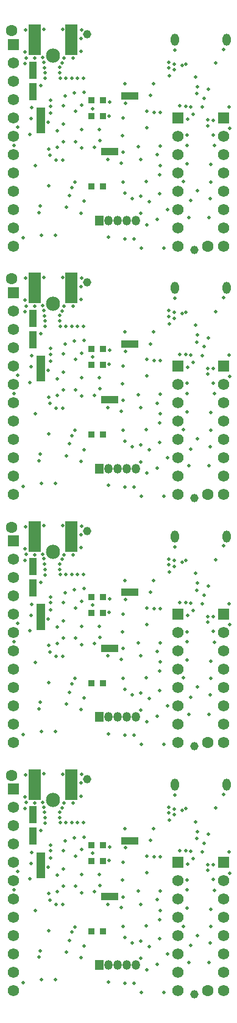
<source format=gbr>
G04*
G04 #@! TF.GenerationSoftware,Altium Limited,Altium Designer,18.1.7 (191)*
G04*
G04 Layer_Color=8388736*
%FSLAX25Y25*%
%MOIN*%
G70*
G01*
G75*
%ADD52R,0.04724X0.08661*%
%ADD53R,0.03300X0.04200*%
%ADD54R,0.04200X0.03300*%
%ADD55R,0.03780X0.03780*%
%ADD56R,0.04567X0.04567*%
%ADD57R,0.03630X0.04030*%
%ADD58R,0.06630X0.16630*%
%ADD59C,0.06299*%
%ADD60R,0.04030X0.03630*%
%ADD61C,0.04567*%
%ADD62R,0.06130X0.06130*%
%ADD63C,0.06130*%
%ADD64O,0.04630X0.05354*%
%ADD65R,0.04630X0.05354*%
%ADD66C,0.07730*%
%ADD67O,0.04567X0.06535*%
%ADD68C,0.01811*%
D52*
X30000Y82500D02*
D03*
Y217914D02*
D03*
Y353327D02*
D03*
Y488740D02*
D03*
D53*
X78550Y95900D02*
D03*
X67450Y65500D02*
D03*
X78550Y231313D02*
D03*
X67450Y200913D02*
D03*
X78550Y366727D02*
D03*
X67450Y336327D02*
D03*
X78550Y502140D02*
D03*
X67450Y471740D02*
D03*
D54*
X25900Y110150D02*
D03*
Y98150D02*
D03*
Y245563D02*
D03*
Y233563D02*
D03*
Y380977D02*
D03*
Y368977D02*
D03*
Y516390D02*
D03*
Y504390D02*
D03*
D55*
X57627Y93367D02*
D03*
X64123D02*
D03*
X57627Y46500D02*
D03*
X64123D02*
D03*
X57627Y84768D02*
D03*
X64123D02*
D03*
X57627Y228781D02*
D03*
X64123D02*
D03*
X57627Y181913D02*
D03*
X64123D02*
D03*
X57627Y220181D02*
D03*
X64123D02*
D03*
X57627Y364194D02*
D03*
X64123D02*
D03*
X57627Y317327D02*
D03*
X64123D02*
D03*
X57627Y355594D02*
D03*
X64123D02*
D03*
X57627Y499608D02*
D03*
X64123D02*
D03*
X57627Y452740D02*
D03*
X64123D02*
D03*
X57627Y491008D02*
D03*
X64123D02*
D03*
D56*
X30000Y87224D02*
D03*
Y82500D02*
D03*
Y77776D02*
D03*
Y222638D02*
D03*
Y217913D02*
D03*
Y213189D02*
D03*
Y358051D02*
D03*
Y353327D02*
D03*
Y348602D02*
D03*
Y493465D02*
D03*
Y488740D02*
D03*
Y484016D02*
D03*
D57*
X81700Y95900D02*
D03*
X75700D02*
D03*
X70600Y65500D02*
D03*
X64600D02*
D03*
X81700Y231313D02*
D03*
X75700D02*
D03*
X70600Y200913D02*
D03*
X64600D02*
D03*
X81700Y366727D02*
D03*
X75700D02*
D03*
X70600Y336327D02*
D03*
X64600D02*
D03*
X81700Y502140D02*
D03*
X75700D02*
D03*
X70600Y471740D02*
D03*
X64600D02*
D03*
D58*
X46900Y126500D02*
D03*
X26900D02*
D03*
X46900Y261913D02*
D03*
X26900D02*
D03*
X46900Y397327D02*
D03*
X26900D02*
D03*
X46900Y532740D02*
D03*
X26900D02*
D03*
D59*
X121500Y14000D02*
D03*
X14000Y131500D02*
D03*
X121500Y149413D02*
D03*
X14000Y266913D02*
D03*
X121500Y284827D02*
D03*
X14000Y402327D02*
D03*
X121500Y420240D02*
D03*
X14000Y537740D02*
D03*
D60*
X25900Y107000D02*
D03*
Y113000D02*
D03*
Y95300D02*
D03*
Y101300D02*
D03*
Y242413D02*
D03*
Y248413D02*
D03*
Y230713D02*
D03*
Y236713D02*
D03*
Y377827D02*
D03*
Y383827D02*
D03*
Y366127D02*
D03*
Y372127D02*
D03*
Y513240D02*
D03*
Y519240D02*
D03*
Y501540D02*
D03*
Y507540D02*
D03*
D61*
X55500Y129500D02*
D03*
X114000Y12000D02*
D03*
X55500Y264913D02*
D03*
X114000Y147413D02*
D03*
X55500Y400327D02*
D03*
X114000Y282827D02*
D03*
X55500Y535740D02*
D03*
X114000Y418240D02*
D03*
D62*
X130000Y84000D02*
D03*
X105000D02*
D03*
X15000Y124000D02*
D03*
X130000Y219413D02*
D03*
X105000D02*
D03*
X15000Y259414D02*
D03*
X130000Y354827D02*
D03*
X105000D02*
D03*
X15000Y394827D02*
D03*
X130000Y490240D02*
D03*
X105000D02*
D03*
X15000Y530241D02*
D03*
D63*
X130000Y64000D02*
D03*
Y54000D02*
D03*
Y74000D02*
D03*
Y44000D02*
D03*
Y34000D02*
D03*
Y24000D02*
D03*
Y14000D02*
D03*
X105000Y64000D02*
D03*
Y54000D02*
D03*
Y74000D02*
D03*
Y44000D02*
D03*
Y34000D02*
D03*
Y24000D02*
D03*
Y14000D02*
D03*
X15000Y114000D02*
D03*
Y104000D02*
D03*
Y74000D02*
D03*
Y94000D02*
D03*
Y84000D02*
D03*
Y64000D02*
D03*
X15000Y24000D02*
D03*
Y14000D02*
D03*
X15000Y54000D02*
D03*
Y44000D02*
D03*
Y34000D02*
D03*
X130000Y199413D02*
D03*
Y189413D02*
D03*
Y209413D02*
D03*
Y179413D02*
D03*
Y169413D02*
D03*
Y159413D02*
D03*
Y149413D02*
D03*
X105000Y199413D02*
D03*
Y189413D02*
D03*
Y209413D02*
D03*
Y179413D02*
D03*
Y169413D02*
D03*
Y159413D02*
D03*
Y149413D02*
D03*
X15000Y249414D02*
D03*
Y239414D02*
D03*
Y209414D02*
D03*
Y229414D02*
D03*
Y219414D02*
D03*
Y199414D02*
D03*
X15000Y159413D02*
D03*
Y149413D02*
D03*
X15000Y189414D02*
D03*
Y179414D02*
D03*
Y169414D02*
D03*
X130000Y334827D02*
D03*
Y324827D02*
D03*
Y344827D02*
D03*
Y314827D02*
D03*
Y304827D02*
D03*
Y294827D02*
D03*
Y284827D02*
D03*
X105000Y334827D02*
D03*
Y324827D02*
D03*
Y344827D02*
D03*
Y314827D02*
D03*
Y304827D02*
D03*
Y294827D02*
D03*
Y284827D02*
D03*
X15000Y384827D02*
D03*
Y374827D02*
D03*
Y344827D02*
D03*
Y364827D02*
D03*
Y354827D02*
D03*
Y334827D02*
D03*
X15000Y294827D02*
D03*
Y284827D02*
D03*
X15000Y324827D02*
D03*
Y314827D02*
D03*
Y304827D02*
D03*
X130000Y470240D02*
D03*
Y460240D02*
D03*
Y480240D02*
D03*
Y450240D02*
D03*
Y440240D02*
D03*
Y430240D02*
D03*
Y420240D02*
D03*
X105000Y470240D02*
D03*
Y460240D02*
D03*
Y480240D02*
D03*
Y450240D02*
D03*
Y440240D02*
D03*
Y430240D02*
D03*
Y420240D02*
D03*
X15000Y520241D02*
D03*
Y510241D02*
D03*
Y480241D02*
D03*
Y500241D02*
D03*
Y490241D02*
D03*
Y470241D02*
D03*
X15000Y430240D02*
D03*
Y420240D02*
D03*
X15000Y460241D02*
D03*
Y450241D02*
D03*
Y440241D02*
D03*
D64*
X77000Y28000D02*
D03*
X72000D02*
D03*
X82000D02*
D03*
X67000D02*
D03*
X77000Y163413D02*
D03*
X72000D02*
D03*
X82000D02*
D03*
X67000D02*
D03*
X77000Y298827D02*
D03*
X72000D02*
D03*
X82000D02*
D03*
X67000D02*
D03*
X77000Y434240D02*
D03*
X72000D02*
D03*
X82000D02*
D03*
X67000D02*
D03*
D65*
X62000Y28000D02*
D03*
Y163413D02*
D03*
Y298827D02*
D03*
Y434240D02*
D03*
D66*
X36900Y118000D02*
D03*
Y253413D02*
D03*
Y388827D02*
D03*
Y524240D02*
D03*
D67*
X103475Y126500D02*
D03*
X131900D02*
D03*
X103475Y261913D02*
D03*
X131900D02*
D03*
X103475Y397327D02*
D03*
X131900D02*
D03*
X103475Y532740D02*
D03*
X131900D02*
D03*
D68*
X67500Y85000D02*
D03*
X76500Y92000D02*
D03*
X123000Y58500D02*
D03*
Y49000D02*
D03*
X111000Y29500D02*
D03*
X122000D02*
D03*
X85000Y13000D02*
D03*
X97500D02*
D03*
X24000Y75000D02*
D03*
X48500Y97500D02*
D03*
X25000Y89500D02*
D03*
X35512Y86500D02*
D03*
X34000Y81500D02*
D03*
X35512Y90268D02*
D03*
X24750Y83500D02*
D03*
X30000Y101500D02*
D03*
X35500Y93500D02*
D03*
X34500Y67000D02*
D03*
X39000Y77000D02*
D03*
X17500Y79000D02*
D03*
X59500Y68000D02*
D03*
X52500Y67500D02*
D03*
X49000Y71000D02*
D03*
Y87500D02*
D03*
X42500Y90500D02*
D03*
Y71000D02*
D03*
X39000Y68000D02*
D03*
X58500Y89000D02*
D03*
X52500Y77500D02*
D03*
X62000D02*
D03*
X62500Y71500D02*
D03*
X53600Y97900D02*
D03*
X42500Y80500D02*
D03*
X43379Y95825D02*
D03*
X90100Y96100D02*
D03*
X52500Y91000D02*
D03*
X100500Y107000D02*
D03*
X103100Y113200D02*
D03*
X100000Y111100D02*
D03*
X100157Y114118D02*
D03*
X103150Y110050D02*
D03*
X107300Y112500D02*
D03*
X109500Y113300D02*
D03*
X84800Y61200D02*
D03*
X93900Y63700D02*
D03*
X83361Y68300D02*
D03*
X67600Y92500D02*
D03*
X118300Y89700D02*
D03*
X74100Y59300D02*
D03*
X66800Y61200D02*
D03*
X27200Y57800D02*
D03*
X15300Y69000D02*
D03*
X74900Y74300D02*
D03*
X75000Y84000D02*
D03*
Y65200D02*
D03*
X22100Y116650D02*
D03*
X21400Y113500D02*
D03*
X130200Y121200D02*
D03*
X95325Y87000D02*
D03*
X92175D02*
D03*
X115400Y97100D02*
D03*
X115800Y100900D02*
D03*
X89332Y38131D02*
D03*
X133200Y89800D02*
D03*
X133400Y78200D02*
D03*
X121300Y82700D02*
D03*
X124500Y82600D02*
D03*
X109300Y90300D02*
D03*
X115900Y44200D02*
D03*
X121600Y99400D02*
D03*
X67000Y18800D02*
D03*
X42800Y116500D02*
D03*
X41800Y113900D02*
D03*
X103500Y120800D02*
D03*
X40500Y111500D02*
D03*
Y108500D02*
D03*
X40700Y105600D02*
D03*
X31200Y116800D02*
D03*
X31700Y114200D02*
D03*
X32200Y111300D02*
D03*
X32500Y108500D02*
D03*
Y105500D02*
D03*
X88000Y78500D02*
D03*
X35000Y63500D02*
D03*
X47000Y46000D02*
D03*
X42016Y60961D02*
D03*
X38500Y61000D02*
D03*
X52000Y32000D02*
D03*
X80000Y40000D02*
D03*
X76000Y18000D02*
D03*
X81000D02*
D03*
X88000Y25500D02*
D03*
Y87500D02*
D03*
X75000Y49000D02*
D03*
X76000Y43000D02*
D03*
X106000Y90400D02*
D03*
X110200Y74500D02*
D03*
X91800Y102500D02*
D03*
X76200D02*
D03*
X95400Y68500D02*
D03*
X124400Y74600D02*
D03*
X125000Y68800D02*
D03*
X112000Y90000D02*
D03*
X121400Y79600D02*
D03*
X110000Y69000D02*
D03*
X110200Y59000D02*
D03*
X108100Y49200D02*
D03*
X122800Y40000D02*
D03*
X95400Y57891D02*
D03*
X95000Y52900D02*
D03*
X95200Y42400D02*
D03*
X87600Y49300D02*
D03*
X112000Y38700D02*
D03*
X99400Y34000D02*
D03*
X93600Y28400D02*
D03*
X84600Y41100D02*
D03*
X84700Y31700D02*
D03*
X48600Y48900D02*
D03*
X34500Y46800D02*
D03*
X20300Y18400D02*
D03*
X30300Y20000D02*
D03*
X38200D02*
D03*
X29700Y35900D02*
D03*
X44100Y35100D02*
D03*
X21600Y131800D02*
D03*
X21500Y119800D02*
D03*
X52300Y132000D02*
D03*
X52100Y127300D02*
D03*
Y120200D02*
D03*
X47600Y116500D02*
D03*
X26800D02*
D03*
X42000Y132200D02*
D03*
X31700Y132300D02*
D03*
X43800Y105600D02*
D03*
X47100D02*
D03*
X50200D02*
D03*
X53500D02*
D03*
X29000Y32300D02*
D03*
X45800Y41500D02*
D03*
X53800Y38400D02*
D03*
X114724Y106244D02*
D03*
X125768Y113728D02*
D03*
X113300Y86000D02*
D03*
X110300Y83200D02*
D03*
X119500Y94500D02*
D03*
X67500Y220413D02*
D03*
X76500Y227413D02*
D03*
X123000Y193913D02*
D03*
Y184413D02*
D03*
X111000Y164913D02*
D03*
X122000D02*
D03*
X85000Y148413D02*
D03*
X97500D02*
D03*
X24000Y210413D02*
D03*
X48500Y232913D02*
D03*
X25000Y224913D02*
D03*
X35512Y221913D02*
D03*
X34000Y216913D02*
D03*
X35512Y225682D02*
D03*
X24750Y218913D02*
D03*
X30000Y236913D02*
D03*
X35500Y228913D02*
D03*
X34500Y202413D02*
D03*
X39000Y212413D02*
D03*
X17500Y214413D02*
D03*
X59500Y203413D02*
D03*
X52500Y202913D02*
D03*
X49000Y206413D02*
D03*
Y222913D02*
D03*
X42500Y225913D02*
D03*
Y206413D02*
D03*
X39000Y203413D02*
D03*
X58500Y224413D02*
D03*
X52500Y212913D02*
D03*
X62000D02*
D03*
X62500Y206913D02*
D03*
X53600Y233313D02*
D03*
X42500Y215913D02*
D03*
X43379Y231239D02*
D03*
X90100Y231513D02*
D03*
X52500Y226413D02*
D03*
X100500Y242413D02*
D03*
X103100Y248613D02*
D03*
X100000Y246513D02*
D03*
X100157Y249532D02*
D03*
X103150Y245464D02*
D03*
X107300Y247913D02*
D03*
X109500Y248713D02*
D03*
X84800Y196613D02*
D03*
X93900Y199113D02*
D03*
X83361Y203713D02*
D03*
X67600Y227913D02*
D03*
X118300Y225113D02*
D03*
X74100Y194713D02*
D03*
X66800Y196613D02*
D03*
X27200Y193213D02*
D03*
X15300Y204413D02*
D03*
X74900Y209713D02*
D03*
X75000Y219413D02*
D03*
Y200613D02*
D03*
X22100Y252064D02*
D03*
X21400Y248913D02*
D03*
X130200Y256613D02*
D03*
X95325Y222413D02*
D03*
X92175D02*
D03*
X115400Y232513D02*
D03*
X115800Y236313D02*
D03*
X89332Y173545D02*
D03*
X133200Y225213D02*
D03*
X133400Y213613D02*
D03*
X121300Y218113D02*
D03*
X124500Y218013D02*
D03*
X109300Y225713D02*
D03*
X115900Y179613D02*
D03*
X121600Y234813D02*
D03*
X67000Y154213D02*
D03*
X42800Y251913D02*
D03*
X41800Y249313D02*
D03*
X103500Y256213D02*
D03*
X40500Y246913D02*
D03*
Y243913D02*
D03*
X40700Y241013D02*
D03*
X31200Y252213D02*
D03*
X31700Y249613D02*
D03*
X32200Y246713D02*
D03*
X32500Y243913D02*
D03*
Y240913D02*
D03*
X88000Y213913D02*
D03*
X35000Y198913D02*
D03*
X47000Y181413D02*
D03*
X42016Y196374D02*
D03*
X38500Y196413D02*
D03*
X52000Y167413D02*
D03*
X80000Y175413D02*
D03*
X76000Y153413D02*
D03*
X81000D02*
D03*
X88000Y160913D02*
D03*
Y222913D02*
D03*
X75000Y184413D02*
D03*
X76000Y178413D02*
D03*
X106000Y225813D02*
D03*
X110200Y209913D02*
D03*
X91800Y237913D02*
D03*
X76200D02*
D03*
X95400Y203913D02*
D03*
X124400Y210013D02*
D03*
X125000Y204213D02*
D03*
X112000Y225413D02*
D03*
X121400Y215013D02*
D03*
X110000Y204413D02*
D03*
X110200Y194413D02*
D03*
X108100Y184613D02*
D03*
X122800Y175413D02*
D03*
X95400Y193304D02*
D03*
X95000Y188313D02*
D03*
X95200Y177813D02*
D03*
X87600Y184713D02*
D03*
X112000Y174113D02*
D03*
X99400Y169413D02*
D03*
X93600Y163813D02*
D03*
X84600Y176513D02*
D03*
X84700Y167113D02*
D03*
X48600Y184313D02*
D03*
X34500Y182213D02*
D03*
X20300Y153813D02*
D03*
X30300Y155413D02*
D03*
X38200D02*
D03*
X29700Y171313D02*
D03*
X44100Y170513D02*
D03*
X21600Y267213D02*
D03*
X21500Y255213D02*
D03*
X52300Y267413D02*
D03*
X52100Y262713D02*
D03*
Y255613D02*
D03*
X47600Y251913D02*
D03*
X26800D02*
D03*
X42000Y267613D02*
D03*
X31700Y267713D02*
D03*
X43800Y241013D02*
D03*
X47100D02*
D03*
X50200D02*
D03*
X53500D02*
D03*
X29000Y167713D02*
D03*
X45800Y176913D02*
D03*
X53800Y173813D02*
D03*
X114724Y241657D02*
D03*
X125768Y249141D02*
D03*
X113300Y221413D02*
D03*
X110300Y218613D02*
D03*
X119500Y229913D02*
D03*
X67500Y355827D02*
D03*
X76500Y362827D02*
D03*
X123000Y329327D02*
D03*
Y319827D02*
D03*
X111000Y300327D02*
D03*
X122000D02*
D03*
X85000Y283827D02*
D03*
X97500D02*
D03*
X24000Y345827D02*
D03*
X48500Y368327D02*
D03*
X25000Y360327D02*
D03*
X35512Y357327D02*
D03*
X34000Y352327D02*
D03*
X35512Y361095D02*
D03*
X24750Y354327D02*
D03*
X30000Y372327D02*
D03*
X35500Y364327D02*
D03*
X34500Y337827D02*
D03*
X39000Y347827D02*
D03*
X17500Y349827D02*
D03*
X59500Y338827D02*
D03*
X52500Y338327D02*
D03*
X49000Y341827D02*
D03*
Y358327D02*
D03*
X42500Y361327D02*
D03*
Y341827D02*
D03*
X39000Y338827D02*
D03*
X58500Y359827D02*
D03*
X52500Y348327D02*
D03*
X62000D02*
D03*
X62500Y342327D02*
D03*
X53600Y368727D02*
D03*
X42500Y351327D02*
D03*
X43379Y366652D02*
D03*
X90100Y366927D02*
D03*
X52500Y361827D02*
D03*
X100500Y377827D02*
D03*
X103100Y384027D02*
D03*
X100000Y381927D02*
D03*
X100157Y384945D02*
D03*
X103150Y380877D02*
D03*
X107300Y383327D02*
D03*
X109500Y384127D02*
D03*
X84800Y332027D02*
D03*
X93900Y334527D02*
D03*
X83361Y339127D02*
D03*
X67600Y363327D02*
D03*
X118300Y360527D02*
D03*
X74100Y330127D02*
D03*
X66800Y332027D02*
D03*
X27200Y328627D02*
D03*
X15300Y339827D02*
D03*
X74900Y345127D02*
D03*
X75000Y354827D02*
D03*
Y336027D02*
D03*
X22100Y387477D02*
D03*
X21400Y384327D02*
D03*
X130200Y392027D02*
D03*
X95325Y357827D02*
D03*
X92175D02*
D03*
X115400Y367927D02*
D03*
X115800Y371727D02*
D03*
X89332Y308958D02*
D03*
X133200Y360627D02*
D03*
X133400Y349027D02*
D03*
X121300Y353527D02*
D03*
X124500Y353427D02*
D03*
X109300Y361127D02*
D03*
X115900Y315027D02*
D03*
X121600Y370227D02*
D03*
X67000Y289627D02*
D03*
X42800Y387327D02*
D03*
X41800Y384727D02*
D03*
X103500Y391627D02*
D03*
X40500Y382327D02*
D03*
Y379327D02*
D03*
X40700Y376427D02*
D03*
X31200Y387627D02*
D03*
X31700Y385027D02*
D03*
X32200Y382127D02*
D03*
X32500Y379327D02*
D03*
Y376327D02*
D03*
X88000Y349327D02*
D03*
X35000Y334327D02*
D03*
X47000Y316827D02*
D03*
X42016Y331787D02*
D03*
X38500Y331827D02*
D03*
X52000Y302827D02*
D03*
X80000Y310827D02*
D03*
X76000Y288827D02*
D03*
X81000D02*
D03*
X88000Y296327D02*
D03*
Y358327D02*
D03*
X75000Y319827D02*
D03*
X76000Y313827D02*
D03*
X106000Y361227D02*
D03*
X110200Y345327D02*
D03*
X91800Y373327D02*
D03*
X76200D02*
D03*
X95400Y339327D02*
D03*
X124400Y345427D02*
D03*
X125000Y339627D02*
D03*
X112000Y360827D02*
D03*
X121400Y350427D02*
D03*
X110000Y339827D02*
D03*
X110200Y329827D02*
D03*
X108100Y320027D02*
D03*
X122800Y310827D02*
D03*
X95400Y328718D02*
D03*
X95000Y323727D02*
D03*
X95200Y313227D02*
D03*
X87600Y320127D02*
D03*
X112000Y309527D02*
D03*
X99400Y304827D02*
D03*
X93600Y299227D02*
D03*
X84600Y311927D02*
D03*
X84700Y302527D02*
D03*
X48600Y319727D02*
D03*
X34500Y317627D02*
D03*
X20300Y289227D02*
D03*
X30300Y290827D02*
D03*
X38200D02*
D03*
X29700Y306727D02*
D03*
X44100Y305927D02*
D03*
X21600Y402627D02*
D03*
X21500Y390627D02*
D03*
X52300Y402827D02*
D03*
X52100Y398127D02*
D03*
Y391027D02*
D03*
X47600Y387327D02*
D03*
X26800D02*
D03*
X42000Y403027D02*
D03*
X31700Y403127D02*
D03*
X43800Y376427D02*
D03*
X47100D02*
D03*
X50200D02*
D03*
X53500D02*
D03*
X29000Y303127D02*
D03*
X45800Y312327D02*
D03*
X53800Y309227D02*
D03*
X114724Y377071D02*
D03*
X125768Y384555D02*
D03*
X113300Y356827D02*
D03*
X110300Y354027D02*
D03*
X119500Y365327D02*
D03*
X67500Y491240D02*
D03*
X76500Y498240D02*
D03*
X123000Y464740D02*
D03*
Y455240D02*
D03*
X111000Y435740D02*
D03*
X122000D02*
D03*
X85000Y419240D02*
D03*
X97500D02*
D03*
X24000Y481240D02*
D03*
X48500Y503740D02*
D03*
X25000Y495740D02*
D03*
X35512Y492740D02*
D03*
X34000Y487740D02*
D03*
X35512Y496509D02*
D03*
X24750Y489740D02*
D03*
X30000Y507740D02*
D03*
X35500Y499740D02*
D03*
X34500Y473240D02*
D03*
X39000Y483240D02*
D03*
X17500Y485240D02*
D03*
X59500Y474240D02*
D03*
X52500Y473740D02*
D03*
X49000Y477240D02*
D03*
Y493740D02*
D03*
X42500Y496740D02*
D03*
Y477240D02*
D03*
X39000Y474240D02*
D03*
X58500Y495240D02*
D03*
X52500Y483740D02*
D03*
X62000D02*
D03*
X62500Y477740D02*
D03*
X53600Y504140D02*
D03*
X42500Y486740D02*
D03*
X43379Y502065D02*
D03*
X90100Y502340D02*
D03*
X52500Y497240D02*
D03*
X100500Y513240D02*
D03*
X103100Y519440D02*
D03*
X100000Y517340D02*
D03*
X100157Y520358D02*
D03*
X103150Y516291D02*
D03*
X107300Y518740D02*
D03*
X109500Y519540D02*
D03*
X84800Y467440D02*
D03*
X93900Y469940D02*
D03*
X83361Y474540D02*
D03*
X67600Y498740D02*
D03*
X118300Y495940D02*
D03*
X74100Y465540D02*
D03*
X66800Y467440D02*
D03*
X27200Y464040D02*
D03*
X15300Y475240D02*
D03*
X74900Y480540D02*
D03*
X75000Y490240D02*
D03*
Y471440D02*
D03*
X22100Y522891D02*
D03*
X21400Y519740D02*
D03*
X130200Y527440D02*
D03*
X95325Y493240D02*
D03*
X92175D02*
D03*
X115400Y503340D02*
D03*
X115800Y507140D02*
D03*
X89332Y444372D02*
D03*
X133200Y496040D02*
D03*
X133400Y484440D02*
D03*
X121300Y488940D02*
D03*
X124500Y488840D02*
D03*
X109300Y496540D02*
D03*
X115900Y450440D02*
D03*
X121600Y505640D02*
D03*
X67000Y425040D02*
D03*
X42800Y522740D02*
D03*
X41800Y520140D02*
D03*
X103500Y527040D02*
D03*
X40500Y517740D02*
D03*
Y514740D02*
D03*
X40700Y511840D02*
D03*
X31200Y523040D02*
D03*
X31700Y520440D02*
D03*
X32200Y517540D02*
D03*
X32500Y514740D02*
D03*
Y511740D02*
D03*
X88000Y484740D02*
D03*
X35000Y469740D02*
D03*
X47000Y452240D02*
D03*
X42016Y467201D02*
D03*
X38500Y467240D02*
D03*
X52000Y438240D02*
D03*
X80000Y446240D02*
D03*
X76000Y424240D02*
D03*
X81000D02*
D03*
X88000Y431740D02*
D03*
Y493740D02*
D03*
X75000Y455240D02*
D03*
X76000Y449240D02*
D03*
X106000Y496640D02*
D03*
X110200Y480740D02*
D03*
X91800Y508740D02*
D03*
X76200D02*
D03*
X95400Y474740D02*
D03*
X124400Y480840D02*
D03*
X125000Y475040D02*
D03*
X112000Y496240D02*
D03*
X121400Y485840D02*
D03*
X110000Y475240D02*
D03*
X110200Y465240D02*
D03*
X108100Y455440D02*
D03*
X122800Y446240D02*
D03*
X95400Y464131D02*
D03*
X95000Y459140D02*
D03*
X95200Y448640D02*
D03*
X87600Y455540D02*
D03*
X112000Y444940D02*
D03*
X99400Y440240D02*
D03*
X93600Y434640D02*
D03*
X84600Y447340D02*
D03*
X84700Y437940D02*
D03*
X48600Y455140D02*
D03*
X34500Y453040D02*
D03*
X20300Y424640D02*
D03*
X30300Y426240D02*
D03*
X38200D02*
D03*
X29700Y442140D02*
D03*
X44100Y441340D02*
D03*
X21600Y538040D02*
D03*
X21500Y526040D02*
D03*
X52300Y538240D02*
D03*
X52100Y533540D02*
D03*
Y526440D02*
D03*
X47600Y522740D02*
D03*
X26800D02*
D03*
X42000Y538440D02*
D03*
X31700Y538540D02*
D03*
X43800Y511840D02*
D03*
X47100D02*
D03*
X50200D02*
D03*
X53500D02*
D03*
X29000Y438540D02*
D03*
X45800Y447740D02*
D03*
X53800Y444640D02*
D03*
X114724Y512484D02*
D03*
X125768Y519968D02*
D03*
X113300Y492240D02*
D03*
X110300Y489440D02*
D03*
X119500Y500740D02*
D03*
M02*

</source>
